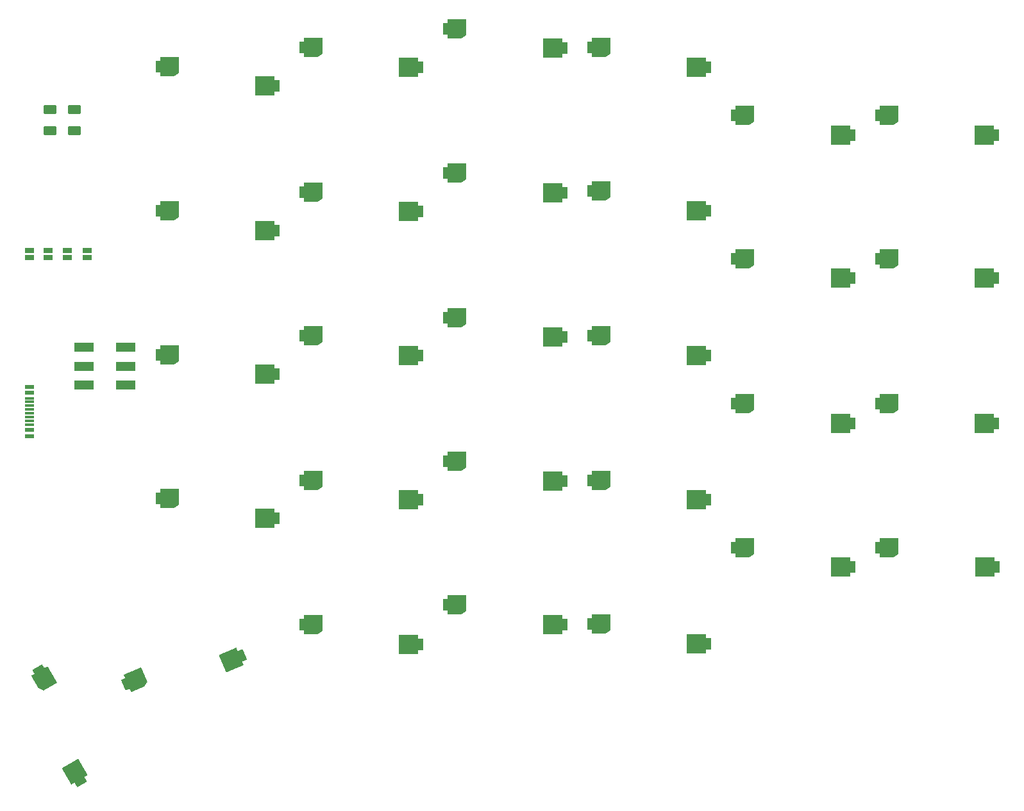
<source format=gtp>
G04 #@! TF.GenerationSoftware,KiCad,Pcbnew,9.0.0*
G04 #@! TF.CreationDate,2025-03-22T23:19:33+08:00*
G04 #@! TF.ProjectId,SofleKeyboard,536f666c-654b-4657-9962-6f6172642e6b,rev?*
G04 #@! TF.SameCoordinates,Original*
G04 #@! TF.FileFunction,Paste,Top*
G04 #@! TF.FilePolarity,Positive*
%FSLAX46Y46*%
G04 Gerber Fmt 4.6, Leading zero omitted, Abs format (unit mm)*
G04 Created by KiCad (PCBNEW 9.0.0) date 2025-03-22 23:19:33*
%MOMM*%
%LPD*%
G01*
G04 APERTURE LIST*
G04 Aperture macros list*
%AMRoundRect*
0 Rectangle with rounded corners*
0 $1 Rounding radius*
0 $2 $3 $4 $5 $6 $7 $8 $9 X,Y pos of 4 corners*
0 Add a 4 corners polygon primitive as box body*
4,1,4,$2,$3,$4,$5,$6,$7,$8,$9,$2,$3,0*
0 Add four circle primitives for the rounded corners*
1,1,$1+$1,$2,$3*
1,1,$1+$1,$4,$5*
1,1,$1+$1,$6,$7*
1,1,$1+$1,$8,$9*
0 Add four rect primitives between the rounded corners*
20,1,$1+$1,$2,$3,$4,$5,0*
20,1,$1+$1,$4,$5,$6,$7,0*
20,1,$1+$1,$6,$7,$8,$9,0*
20,1,$1+$1,$8,$9,$2,$3,0*%
%AMFreePoly0*
4,1,19,2.735355,1.235355,2.750000,1.200000,2.750000,-0.800000,2.735355,-0.835355,2.727735,-0.841603,2.127735,-1.241603,2.100000,-1.250000,0.300000,-1.250000,0.264645,-1.235355,0.250000,-1.200000,0.250000,-0.750000,-0.350000,-0.750000,-0.350000,0.750000,0.250000,0.750000,0.250000,1.200000,0.264645,1.235355,0.300000,1.250000,2.700000,1.250000,2.735355,1.235355,2.735355,1.235355,
$1*%
%AMFreePoly1*
4,1,17,-0.364645,1.235355,-0.350000,1.200000,-0.350000,0.750000,0.350000,0.750000,0.350000,-0.750000,-0.350000,-0.750000,-0.350000,-1.200000,-0.364645,-1.235355,-0.400000,-1.250000,-2.800000,-1.250000,-2.835355,-1.235355,-2.850000,-1.200000,-2.850000,1.200000,-2.835355,1.235355,-2.800000,1.250000,-0.400000,1.250000,-0.364645,1.235355,-0.364645,1.235355,$1*%
G04 Aperture macros list end*
%ADD10R,1.143000X0.635000*%
%ADD11FreePoly0,0.000000*%
%ADD12FreePoly1,0.000000*%
%ADD13FreePoly0,300.000000*%
%ADD14FreePoly1,300.000000*%
%ADD15FreePoly0,23.000000*%
%ADD16FreePoly1,23.000000*%
%ADD17R,2.500000X1.200000*%
%ADD18R,1.300000X0.600000*%
%ADD19R,1.300000X0.300000*%
%ADD20RoundRect,0.250000X-0.625000X0.375000X-0.625000X-0.375000X0.625000X-0.375000X0.625000X0.375000X0*%
G04 APERTURE END LIST*
D10*
X103900000Y-70200380D03*
X103900000Y-69199620D03*
X101300000Y-70200380D03*
X101300000Y-69199620D03*
X98800000Y-70200380D03*
X98800000Y-69199620D03*
D11*
X113300000Y-44900000D03*
D12*
X129000000Y-47500000D03*
D11*
X113300000Y-64000000D03*
D12*
X129000000Y-66600000D03*
D11*
X113300000Y-83000000D03*
D12*
X129000000Y-85600000D03*
D11*
X113300000Y-102000000D03*
D12*
X129000000Y-104600000D03*
D13*
X97516730Y-124624617D03*
D14*
X103115064Y-139521216D03*
D15*
X108979636Y-126518689D03*
D16*
X124447463Y-122777523D03*
D11*
X132300000Y-118700000D03*
D12*
X148000000Y-121300000D03*
D11*
X151300000Y-116100000D03*
D12*
X167000000Y-118700000D03*
D10*
X96300000Y-70200380D03*
X96300000Y-69199620D03*
D11*
X132300000Y-80500000D03*
D12*
X148000000Y-83100000D03*
D11*
X132300000Y-99600000D03*
D12*
X148000000Y-102200000D03*
D11*
X132300000Y-61500000D03*
D12*
X148000000Y-64100000D03*
D11*
X132300000Y-42400000D03*
D12*
X148000000Y-45000000D03*
D11*
X151300000Y-78100000D03*
D12*
X167000000Y-80700000D03*
D11*
X151300000Y-39910000D03*
D12*
X167000000Y-42510000D03*
D11*
X151300000Y-59000000D03*
D12*
X167000000Y-61600000D03*
D11*
X151300000Y-97100000D03*
D12*
X167000000Y-99700000D03*
D11*
X170300000Y-99600000D03*
D12*
X186000000Y-102200000D03*
D11*
X170300000Y-61400000D03*
D12*
X186000000Y-64000000D03*
D11*
X170300000Y-118600000D03*
D12*
X186000000Y-121200000D03*
D11*
X170300000Y-80500000D03*
D12*
X186000000Y-83100000D03*
D11*
X170300000Y-42400000D03*
D12*
X186000000Y-45000000D03*
D11*
X189300000Y-51400000D03*
D12*
X205000000Y-54000000D03*
D11*
X189300000Y-108500000D03*
D12*
X205000000Y-111100000D03*
D11*
X208300000Y-89500000D03*
D12*
X224000000Y-92100000D03*
D11*
X208350000Y-108500000D03*
D12*
X224050000Y-111100000D03*
D11*
X208300000Y-51400000D03*
D12*
X224000000Y-54000000D03*
D11*
X208300000Y-70300000D03*
D12*
X224000000Y-72900000D03*
D11*
X189300000Y-89500000D03*
D12*
X205000000Y-92100000D03*
D11*
X189300000Y-70300000D03*
D12*
X205000000Y-72900000D03*
D17*
X103480000Y-82052000D03*
X103480000Y-84552000D03*
X103480000Y-87052000D03*
X108980000Y-82052000D03*
X108980000Y-84552000D03*
X108980000Y-87052000D03*
D18*
X96290000Y-87262000D03*
X96290000Y-88062000D03*
D19*
X96290000Y-89262000D03*
X96290000Y-90262000D03*
X96290000Y-90762000D03*
X96290000Y-91762000D03*
D18*
X96290000Y-92962000D03*
X96290000Y-93762000D03*
X96290000Y-93762000D03*
X96290000Y-92962000D03*
D19*
X96290000Y-92262000D03*
X96290000Y-91262000D03*
X96290000Y-89762000D03*
X96290000Y-88762000D03*
D18*
X96290000Y-88062000D03*
X96290000Y-87262000D03*
D20*
X102200000Y-50610000D03*
X102200000Y-53410000D03*
X99000000Y-50610000D03*
X99000000Y-53410000D03*
M02*

</source>
